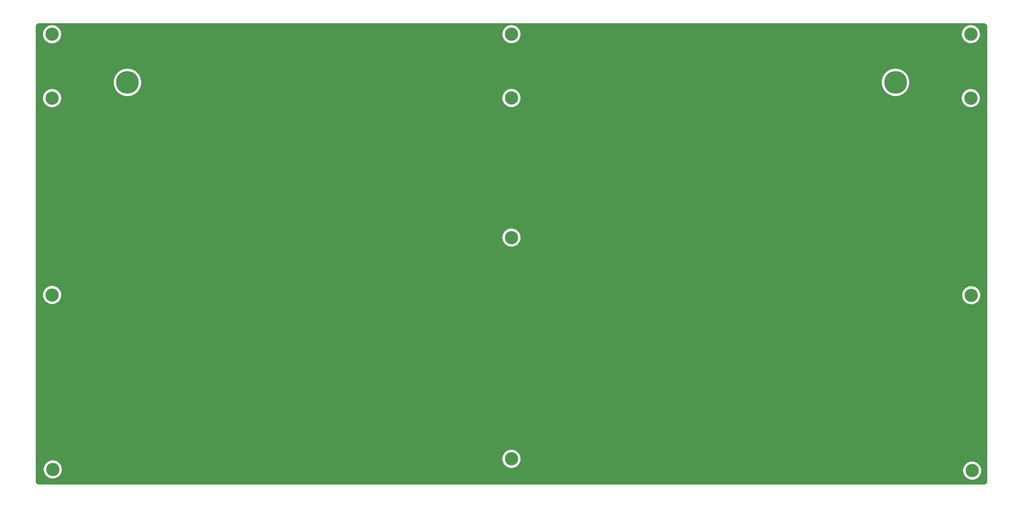
<source format=gbl>
G04 #@! TF.GenerationSoftware,KiCad,Pcbnew,6.0.11-2627ca5db0~126~ubuntu22.04.1*
G04 #@! TF.CreationDate,2023-03-02T17:54:08+00:00*
G04 #@! TF.ProjectId,bottom-r1,626f7474-6f6d-42d7-9231-2e6b69636164,rev?*
G04 #@! TF.SameCoordinates,Original*
G04 #@! TF.FileFunction,Copper,L2,Bot*
G04 #@! TF.FilePolarity,Positive*
%FSLAX46Y46*%
G04 Gerber Fmt 4.6, Leading zero omitted, Abs format (unit mm)*
G04 Created by KiCad (PCBNEW 6.0.11-2627ca5db0~126~ubuntu22.04.1) date 2023-03-02 17:54:08*
%MOMM*%
%LPD*%
G01*
G04 APERTURE LIST*
G04 #@! TA.AperFunction,ComponentPad*
%ADD10C,4.400000*%
G04 #@! TD*
G04 #@! TA.AperFunction,ComponentPad*
%ADD11C,7.500000*%
G04 #@! TD*
G04 APERTURE END LIST*
D10*
G04 #@! TO.P,REF\u002A\u002A,1*
G04 #@! TO.N,N/C*
X140389914Y-94598500D03*
G04 #@! TD*
G04 #@! TO.P,REF\u002A\u002A,1*
G04 #@! TO.N,N/C*
X140383900Y-48273500D03*
G04 #@! TD*
G04 #@! TO.P,REF\u002A\u002A,1*
G04 #@! TO.N,N/C*
X-11991100Y-113648500D03*
G04 #@! TD*
G04 #@! TO.P,REF\u002A\u002A,1*
G04 #@! TO.N,N/C*
X292908900Y-113748500D03*
G04 #@! TD*
G04 #@! TO.P,REF\u002A\u002A,1*
G04 #@! TO.N,N/C*
X-11766100Y-171573500D03*
G04 #@! TD*
G04 #@! TO.P,REF\u002A\u002A,1*
G04 #@! TO.N,N/C*
X140383900Y-27073500D03*
G04 #@! TD*
G04 #@! TO.P,REF\u002A\u002A,1*
G04 #@! TO.N,N/C*
X293208900Y-171973500D03*
G04 #@! TD*
G04 #@! TO.P,REF\u002A\u002A,1*
G04 #@! TO.N,N/C*
X140383900Y-168073500D03*
G04 #@! TD*
G04 #@! TO.P,REF\u002A\u002A,1*
G04 #@! TO.N,N/C*
X-11991100Y-48298500D03*
G04 #@! TD*
G04 #@! TO.P,REF\u002A\u002A,1*
G04 #@! TO.N,N/C*
X292783900Y-27073500D03*
G04 #@! TD*
G04 #@! TO.P,REF\u002A\u002A,1*
G04 #@! TO.N,N/C*
X292758900Y-48298500D03*
G04 #@! TD*
G04 #@! TO.P,REF\u002A\u002A,1*
G04 #@! TO.N,N/C*
X-11991100Y-27098500D03*
G04 #@! TD*
D11*
G04 #@! TO.P,REF\u002A\u002A,1*
G04 #@! TO.N,N/C*
X13008900Y-43098500D03*
G04 #@! TD*
G04 #@! TO.P,REF\u002A\u002A,1*
G04 #@! TO.N,N/C*
X267783900Y-43073500D03*
G04 #@! TD*
G04 #@! TA.AperFunction,NonConductor*
G36*
X296986020Y-23446793D02*
G01*
X297017634Y-23450786D01*
X297024641Y-23450099D01*
X297024649Y-23450099D01*
X297039767Y-23448616D01*
X297061946Y-23448402D01*
X297206644Y-23459787D01*
X297226168Y-23462880D01*
X297226182Y-23462883D01*
X297389911Y-23502189D01*
X297408710Y-23508297D01*
X297564300Y-23572742D01*
X297581899Y-23581709D01*
X297725486Y-23669697D01*
X297741473Y-23681312D01*
X297785480Y-23718896D01*
X297869528Y-23790679D01*
X297883509Y-23804660D01*
X297992872Y-23932706D01*
X298004493Y-23948701D01*
X298092478Y-24092277D01*
X298101455Y-24109895D01*
X298165896Y-24265468D01*
X298172006Y-24284270D01*
X298188141Y-24351480D01*
X298211317Y-24448012D01*
X298214410Y-24467541D01*
X298224915Y-24601029D01*
X298224311Y-24626697D01*
X298223382Y-24634053D01*
X298224069Y-24641060D01*
X298224069Y-24641063D01*
X298227767Y-24678775D01*
X298228368Y-24691070D01*
X298228368Y-175361633D01*
X298227375Y-175377421D01*
X298223382Y-175409035D01*
X298224069Y-175416042D01*
X298224069Y-175416049D01*
X298225552Y-175431167D01*
X298225766Y-175453345D01*
X298214382Y-175598028D01*
X298214381Y-175598039D01*
X298211288Y-175617568D01*
X298171979Y-175781306D01*
X298165869Y-175800110D01*
X298101432Y-175955678D01*
X298092456Y-175973295D01*
X298004473Y-176116873D01*
X297992858Y-176132860D01*
X297883498Y-176260905D01*
X297883492Y-176260912D01*
X297869511Y-176274892D01*
X297741468Y-176384251D01*
X297725472Y-176395873D01*
X297581895Y-176483856D01*
X297564278Y-176492832D01*
X297408709Y-176557269D01*
X297389905Y-176563379D01*
X297301535Y-176584594D01*
X297226164Y-176602688D01*
X297206640Y-176605781D01*
X297164085Y-176609129D01*
X297072989Y-176616297D01*
X297047318Y-176615692D01*
X297047124Y-176615668D01*
X297040128Y-176614784D01*
X296995399Y-176619169D01*
X296983106Y-176619770D01*
X-16187835Y-176619770D01*
X-16203626Y-176618777D01*
X-16235235Y-176614784D01*
X-16242242Y-176615471D01*
X-16242248Y-176615471D01*
X-16257373Y-176616954D01*
X-16279552Y-176617167D01*
X-16424241Y-176605780D01*
X-16443769Y-176602687D01*
X-16607509Y-176563376D01*
X-16626312Y-176557266D01*
X-16681061Y-176534589D01*
X-16781882Y-176492828D01*
X-16799496Y-176483853D01*
X-16943080Y-176395864D01*
X-16959068Y-176384249D01*
X-17087119Y-176274883D01*
X-17101097Y-176260905D01*
X-17210461Y-176132856D01*
X-17222076Y-176116868D01*
X-17310065Y-175973284D01*
X-17319042Y-175955666D01*
X-17383478Y-175800100D01*
X-17389588Y-175781297D01*
X-17428899Y-175617556D01*
X-17431992Y-175598028D01*
X-17442510Y-175464386D01*
X-17441905Y-175438711D01*
X-17440996Y-175431517D01*
X-17445381Y-175386795D01*
X-17445982Y-175374500D01*
X-17445982Y-171479092D01*
X-14770202Y-171479092D01*
X-14770107Y-171482722D01*
X-14770107Y-171482723D01*
X-14766207Y-171631667D01*
X-14761144Y-171825001D01*
X-14712388Y-172167576D01*
X-14624581Y-172502277D01*
X-14498886Y-172824667D01*
X-14336970Y-173130474D01*
X-14334920Y-173133457D01*
X-14334918Y-173133460D01*
X-14143035Y-173412652D01*
X-14143029Y-173412659D01*
X-14140978Y-173415644D01*
X-13913508Y-173676398D01*
X-13657576Y-173909278D01*
X-13376573Y-174111199D01*
X-13074224Y-174279485D01*
X-12754537Y-174411903D01*
X-12751043Y-174412898D01*
X-12751041Y-174412899D01*
X-12425249Y-174505704D01*
X-12425244Y-174505705D01*
X-12421748Y-174506701D01*
X-12186066Y-174545295D01*
X-12083849Y-174562034D01*
X-12083845Y-174562034D01*
X-12080269Y-174562620D01*
X-12076643Y-174562791D01*
X-11738253Y-174578749D01*
X-11738252Y-174578749D01*
X-11734626Y-174578920D01*
X-11723754Y-174578179D01*
X-11393031Y-174555633D01*
X-11393023Y-174555632D01*
X-11389400Y-174555385D01*
X-11385824Y-174554722D01*
X-11385822Y-174554722D01*
X-11052732Y-174492988D01*
X-11052728Y-174492987D01*
X-11049167Y-174492327D01*
X-10718437Y-174390581D01*
X-10441819Y-174269154D01*
X-10404928Y-174252960D01*
X-10401593Y-174251496D01*
X-10102835Y-174076916D01*
X-10037919Y-174028176D01*
X-9829029Y-173871337D01*
X-9829025Y-173871334D01*
X-9826122Y-173869154D01*
X-9575123Y-173630965D01*
X-9353164Y-173365505D01*
X-9262756Y-173227872D01*
X-9165174Y-173079318D01*
X-9165169Y-173079309D01*
X-9163187Y-173076292D01*
X-9034931Y-172821285D01*
X-9009337Y-172770398D01*
X-9009334Y-172770390D01*
X-9007710Y-172767162D01*
X-8913336Y-172509272D01*
X-8890043Y-172445622D01*
X-8890040Y-172445612D01*
X-8888795Y-172442210D01*
X-8887950Y-172438688D01*
X-8887947Y-172438680D01*
X-8808863Y-172109272D01*
X-8808862Y-172109268D01*
X-8808016Y-172105743D01*
X-8807579Y-172102133D01*
X-8780588Y-171879092D01*
X290204798Y-171879092D01*
X290204893Y-171882722D01*
X290204893Y-171882723D01*
X290212139Y-172159431D01*
X290213856Y-172225001D01*
X290262612Y-172567576D01*
X290350419Y-172902277D01*
X290476114Y-173224667D01*
X290638030Y-173530474D01*
X290640080Y-173533457D01*
X290640082Y-173533460D01*
X290831965Y-173812652D01*
X290831971Y-173812659D01*
X290834022Y-173815644D01*
X291061492Y-174076398D01*
X291317424Y-174309278D01*
X291598427Y-174511199D01*
X291900776Y-174679485D01*
X292220463Y-174811903D01*
X292223957Y-174812898D01*
X292223959Y-174812899D01*
X292549751Y-174905704D01*
X292549756Y-174905705D01*
X292553252Y-174906701D01*
X292788934Y-174945295D01*
X292891151Y-174962034D01*
X292891155Y-174962034D01*
X292894731Y-174962620D01*
X292898357Y-174962791D01*
X293236747Y-174978749D01*
X293236748Y-174978749D01*
X293240374Y-174978920D01*
X293251246Y-174978179D01*
X293581969Y-174955633D01*
X293581977Y-174955632D01*
X293585600Y-174955385D01*
X293589176Y-174954722D01*
X293589178Y-174954722D01*
X293922268Y-174892988D01*
X293922272Y-174892987D01*
X293925833Y-174892327D01*
X294256563Y-174790581D01*
X294573407Y-174651496D01*
X294845792Y-174492327D01*
X294869025Y-174478751D01*
X294869027Y-174478750D01*
X294872165Y-174476916D01*
X294958754Y-174411903D01*
X295145971Y-174271337D01*
X295145975Y-174271334D01*
X295148878Y-174269154D01*
X295399877Y-174030965D01*
X295621836Y-173765505D01*
X295623824Y-173762479D01*
X295809826Y-173479318D01*
X295809831Y-173479309D01*
X295811813Y-173476292D01*
X295940069Y-173221285D01*
X295965663Y-173170398D01*
X295965666Y-173170390D01*
X295967290Y-173167162D01*
X296065509Y-172898765D01*
X296084957Y-172845622D01*
X296084960Y-172845612D01*
X296086205Y-172842210D01*
X296087050Y-172838688D01*
X296087053Y-172838680D01*
X296166137Y-172509272D01*
X296166138Y-172509268D01*
X296166984Y-172505743D01*
X296167421Y-172502133D01*
X296208218Y-172165001D01*
X296208218Y-172164995D01*
X296208554Y-172162222D01*
X296210443Y-172102133D01*
X296214397Y-171976297D01*
X296214485Y-171973500D01*
X296209251Y-171882723D01*
X296194775Y-171631667D01*
X296194774Y-171631662D01*
X296194566Y-171628047D01*
X296184558Y-171570704D01*
X296135698Y-171290745D01*
X296135696Y-171290738D01*
X296135074Y-171287172D01*
X296117561Y-171228047D01*
X296068609Y-171062791D01*
X296036797Y-170955394D01*
X296035373Y-170952055D01*
X295902462Y-170640449D01*
X295902460Y-170640446D01*
X295901038Y-170637111D01*
X295866704Y-170576916D01*
X295731387Y-170339681D01*
X295729596Y-170336541D01*
X295669930Y-170255315D01*
X295526886Y-170060586D01*
X295524743Y-170057668D01*
X295289195Y-169804188D01*
X295026074Y-169579462D01*
X294738867Y-169386467D01*
X294431382Y-169227761D01*
X294107693Y-169105450D01*
X293772090Y-169021152D01*
X293602042Y-168998765D01*
X293432628Y-168976461D01*
X293432620Y-168976460D01*
X293429024Y-168975987D01*
X293277891Y-168973612D01*
X293086680Y-168970608D01*
X293086676Y-168970608D01*
X293083039Y-168970551D01*
X293079424Y-168970912D01*
X293079420Y-168970912D01*
X292940225Y-168984806D01*
X292738723Y-169004919D01*
X292735186Y-169005690D01*
X292735181Y-169005691D01*
X292404183Y-169077860D01*
X292404178Y-169077861D01*
X292400639Y-169078633D01*
X292073267Y-169190717D01*
X291760948Y-169339686D01*
X291467821Y-169523564D01*
X291464987Y-169525834D01*
X291464982Y-169525838D01*
X291330648Y-169633460D01*
X291197771Y-169739915D01*
X290954377Y-169985871D01*
X290952136Y-169988729D01*
X290754763Y-170240449D01*
X290740866Y-170258172D01*
X290560068Y-170553209D01*
X290558541Y-170556499D01*
X290558536Y-170556508D01*
X290468026Y-170751496D01*
X290414378Y-170867070D01*
X290413238Y-170870517D01*
X290372735Y-170992988D01*
X290305728Y-171195597D01*
X290235558Y-171534435D01*
X290235236Y-171538046D01*
X290209626Y-171825001D01*
X290204798Y-171879092D01*
X-8780588Y-171879092D01*
X-8766782Y-171765001D01*
X-8766782Y-171764995D01*
X-8766446Y-171762222D01*
X-8760515Y-171573500D01*
X-8762559Y-171538046D01*
X-8780225Y-171231667D01*
X-8780226Y-171231662D01*
X-8780434Y-171228047D01*
X-8786699Y-171192152D01*
X-8839302Y-170890745D01*
X-8839304Y-170890738D01*
X-8839926Y-170887172D01*
X-8938203Y-170555394D01*
X-8999622Y-170411398D01*
X-9072538Y-170240449D01*
X-9072540Y-170240446D01*
X-9073962Y-170237111D01*
X-9134506Y-170130965D01*
X-9243613Y-169939681D01*
X-9245404Y-169936541D01*
X-9305070Y-169855315D01*
X-9344357Y-169801833D01*
X-9450257Y-169657668D01*
X-9685805Y-169404188D01*
X-9704189Y-169388486D01*
X-9935748Y-169190717D01*
X-9948926Y-169179462D01*
X-10236133Y-168986467D01*
X-10543618Y-168827761D01*
X-10867307Y-168705450D01*
X-11202910Y-168621152D01*
X-11347375Y-168602133D01*
X-11542372Y-168576461D01*
X-11542380Y-168576460D01*
X-11545976Y-168575987D01*
X-11697109Y-168573612D01*
X-11888320Y-168570608D01*
X-11888324Y-168570608D01*
X-11891961Y-168570551D01*
X-11895576Y-168570912D01*
X-11895580Y-168570912D01*
X-12063454Y-168587669D01*
X-12236277Y-168604919D01*
X-12239814Y-168605690D01*
X-12239819Y-168605691D01*
X-12570817Y-168677860D01*
X-12570822Y-168677861D01*
X-12574361Y-168678633D01*
X-12901733Y-168790717D01*
X-13214052Y-168939686D01*
X-13507179Y-169123564D01*
X-13510013Y-169125834D01*
X-13510018Y-169125838D01*
X-13635639Y-169226480D01*
X-13777229Y-169339915D01*
X-13843460Y-169406843D01*
X-14007941Y-169573056D01*
X-14020623Y-169585871D01*
X-14022864Y-169588729D01*
X-14057937Y-169633460D01*
X-14234134Y-169858172D01*
X-14414932Y-170153209D01*
X-14416459Y-170156499D01*
X-14416464Y-170156508D01*
X-14498679Y-170333626D01*
X-14560622Y-170467070D01*
X-14561762Y-170470517D01*
X-14663943Y-170779485D01*
X-14669272Y-170795597D01*
X-14670008Y-170799152D01*
X-14670009Y-170799155D01*
X-14738707Y-171130885D01*
X-14739442Y-171134435D01*
X-14770202Y-171479092D01*
X-17445982Y-171479092D01*
X-17445982Y-167979092D01*
X137379798Y-167979092D01*
X137388856Y-168325001D01*
X137437612Y-168667576D01*
X137525419Y-169002277D01*
X137651114Y-169324667D01*
X137652811Y-169327872D01*
X137786021Y-169579462D01*
X137813030Y-169630474D01*
X137815080Y-169633457D01*
X137815082Y-169633460D01*
X138006965Y-169912652D01*
X138006971Y-169912659D01*
X138009022Y-169915644D01*
X138236492Y-170176398D01*
X138492424Y-170409278D01*
X138773427Y-170611199D01*
X139075776Y-170779485D01*
X139395463Y-170911903D01*
X139398957Y-170912898D01*
X139398959Y-170912899D01*
X139724751Y-171005704D01*
X139724756Y-171005705D01*
X139728252Y-171006701D01*
X139963934Y-171045295D01*
X140066151Y-171062034D01*
X140066155Y-171062034D01*
X140069731Y-171062620D01*
X140073357Y-171062791D01*
X140411747Y-171078749D01*
X140411748Y-171078749D01*
X140415374Y-171078920D01*
X140426246Y-171078179D01*
X140756969Y-171055633D01*
X140756977Y-171055632D01*
X140760600Y-171055385D01*
X140764176Y-171054722D01*
X140764178Y-171054722D01*
X141097268Y-170992988D01*
X141097272Y-170992987D01*
X141100833Y-170992327D01*
X141431563Y-170890581D01*
X141748407Y-170751496D01*
X142047165Y-170576916D01*
X142197859Y-170463772D01*
X142320971Y-170371337D01*
X142320975Y-170371334D01*
X142323878Y-170369154D01*
X142574877Y-170130965D01*
X142796836Y-169865505D01*
X142798824Y-169862479D01*
X142984826Y-169579318D01*
X142984831Y-169579309D01*
X142986813Y-169576292D01*
X143083121Y-169384806D01*
X143140663Y-169270398D01*
X143140666Y-169270390D01*
X143142290Y-169267162D01*
X143143535Y-169263760D01*
X143259957Y-168945622D01*
X143259960Y-168945612D01*
X143261205Y-168942210D01*
X143262050Y-168938688D01*
X143262053Y-168938680D01*
X143341137Y-168609272D01*
X143341138Y-168609268D01*
X143341984Y-168605743D01*
X143342421Y-168602133D01*
X143383218Y-168265001D01*
X143383218Y-168264995D01*
X143383554Y-168262222D01*
X143389485Y-168073500D01*
X143384251Y-167982723D01*
X143369775Y-167731667D01*
X143369774Y-167731662D01*
X143369566Y-167728047D01*
X143368943Y-167724477D01*
X143310698Y-167390745D01*
X143310696Y-167390738D01*
X143310074Y-167387172D01*
X143211797Y-167055394D01*
X143076038Y-166737111D01*
X142904596Y-166436541D01*
X142844930Y-166355315D01*
X142701886Y-166160586D01*
X142699743Y-166157668D01*
X142464195Y-165904188D01*
X142201074Y-165679462D01*
X141913867Y-165486467D01*
X141606382Y-165327761D01*
X141282693Y-165205450D01*
X140947090Y-165121152D01*
X140802881Y-165102167D01*
X140607628Y-165076461D01*
X140607620Y-165076460D01*
X140604024Y-165075987D01*
X140452891Y-165073612D01*
X140261680Y-165070608D01*
X140261676Y-165070608D01*
X140258039Y-165070551D01*
X140254424Y-165070912D01*
X140254420Y-165070912D01*
X140086546Y-165087669D01*
X139913723Y-165104919D01*
X139910186Y-165105690D01*
X139910181Y-165105691D01*
X139579183Y-165177860D01*
X139579178Y-165177861D01*
X139575639Y-165178633D01*
X139248267Y-165290717D01*
X138935948Y-165439686D01*
X138642821Y-165623564D01*
X138639987Y-165625834D01*
X138639982Y-165625838D01*
X138470966Y-165761246D01*
X138372771Y-165839915D01*
X138129377Y-166085871D01*
X137915866Y-166358172D01*
X137735068Y-166653209D01*
X137733541Y-166656499D01*
X137733536Y-166656508D01*
X137694572Y-166740449D01*
X137589378Y-166967070D01*
X137480728Y-167295597D01*
X137410558Y-167634435D01*
X137379798Y-167979092D01*
X-17445982Y-167979092D01*
X-17445982Y-113554092D01*
X-14995202Y-113554092D01*
X-14995107Y-113557722D01*
X-14995107Y-113557723D01*
X-14990111Y-113748500D01*
X-14986144Y-113900001D01*
X-14937388Y-114242576D01*
X-14849581Y-114577277D01*
X-14723886Y-114899667D01*
X-14561970Y-115205474D01*
X-14559920Y-115208457D01*
X-14559918Y-115208460D01*
X-14368035Y-115487652D01*
X-14368029Y-115487659D01*
X-14365978Y-115490644D01*
X-14138508Y-115751398D01*
X-13882576Y-115984278D01*
X-13601573Y-116186199D01*
X-13299224Y-116354485D01*
X-12979537Y-116486903D01*
X-12976043Y-116487898D01*
X-12976041Y-116487899D01*
X-12650249Y-116580704D01*
X-12650244Y-116580705D01*
X-12646748Y-116581701D01*
X-12411066Y-116620295D01*
X-12308849Y-116637034D01*
X-12308845Y-116637034D01*
X-12305269Y-116637620D01*
X-12301643Y-116637791D01*
X-11963253Y-116653749D01*
X-11963252Y-116653749D01*
X-11959626Y-116653920D01*
X-11948754Y-116653179D01*
X-11618031Y-116630633D01*
X-11618023Y-116630632D01*
X-11614400Y-116630385D01*
X-11610824Y-116629722D01*
X-11610822Y-116629722D01*
X-11277732Y-116567988D01*
X-11277728Y-116567987D01*
X-11274167Y-116567327D01*
X-10943437Y-116465581D01*
X-10626593Y-116326496D01*
X-10327835Y-116151916D01*
X-10240573Y-116086398D01*
X-10054029Y-115946337D01*
X-10054025Y-115946334D01*
X-10051122Y-115944154D01*
X-9800123Y-115705965D01*
X-9578164Y-115440505D01*
X-9576176Y-115437479D01*
X-9390174Y-115154318D01*
X-9390169Y-115154309D01*
X-9388187Y-115151292D01*
X-9310226Y-114996285D01*
X-9234337Y-114845398D01*
X-9234334Y-114845390D01*
X-9232710Y-114842162D01*
X-9172371Y-114677277D01*
X-9115043Y-114520622D01*
X-9115040Y-114520612D01*
X-9113795Y-114517210D01*
X-9112950Y-114513688D01*
X-9112947Y-114513680D01*
X-9033863Y-114184272D01*
X-9033862Y-114184268D01*
X-9033016Y-114180743D01*
X-9032579Y-114177133D01*
X-8991782Y-113840001D01*
X-8991782Y-113839995D01*
X-8991446Y-113837222D01*
X-8985691Y-113654092D01*
X289904798Y-113654092D01*
X289913856Y-114000001D01*
X289962612Y-114342576D01*
X290050419Y-114677277D01*
X290176114Y-114999667D01*
X290338030Y-115305474D01*
X290340080Y-115308457D01*
X290340082Y-115308460D01*
X290531965Y-115587652D01*
X290531971Y-115587659D01*
X290534022Y-115590644D01*
X290761492Y-115851398D01*
X291017424Y-116084278D01*
X291298427Y-116286199D01*
X291600776Y-116454485D01*
X291920463Y-116586903D01*
X291923957Y-116587898D01*
X291923959Y-116587899D01*
X292249751Y-116680704D01*
X292249756Y-116680705D01*
X292253252Y-116681701D01*
X292488934Y-116720295D01*
X292591151Y-116737034D01*
X292591155Y-116737034D01*
X292594731Y-116737620D01*
X292598357Y-116737791D01*
X292936747Y-116753749D01*
X292936748Y-116753749D01*
X292940374Y-116753920D01*
X292951246Y-116753179D01*
X293281969Y-116730633D01*
X293281977Y-116730632D01*
X293285600Y-116730385D01*
X293289176Y-116729722D01*
X293289178Y-116729722D01*
X293622268Y-116667988D01*
X293622272Y-116667987D01*
X293625833Y-116667327D01*
X293956563Y-116565581D01*
X294273407Y-116426496D01*
X294572165Y-116251916D01*
X294575074Y-116249732D01*
X294845971Y-116046337D01*
X294845975Y-116046334D01*
X294848878Y-116044154D01*
X295099877Y-115805965D01*
X295321836Y-115540505D01*
X295352791Y-115493381D01*
X295509826Y-115254318D01*
X295509831Y-115254309D01*
X295511813Y-115251292D01*
X295640069Y-114996285D01*
X295665663Y-114945398D01*
X295665666Y-114945390D01*
X295667290Y-114942162D01*
X295684079Y-114896285D01*
X295784957Y-114620622D01*
X295784960Y-114620612D01*
X295786205Y-114617210D01*
X295787050Y-114613688D01*
X295787053Y-114613680D01*
X295866137Y-114284272D01*
X295866138Y-114284268D01*
X295866984Y-114280743D01*
X295879522Y-114177133D01*
X295908218Y-113940001D01*
X295908218Y-113939995D01*
X295908554Y-113937222D01*
X295911785Y-113834431D01*
X295914397Y-113751297D01*
X295914485Y-113748500D01*
X295909251Y-113657723D01*
X295894775Y-113406667D01*
X295894774Y-113406662D01*
X295894566Y-113403047D01*
X295893943Y-113399477D01*
X295835698Y-113065745D01*
X295835696Y-113065738D01*
X295835074Y-113062172D01*
X295736797Y-112730394D01*
X295697717Y-112638772D01*
X295602462Y-112415449D01*
X295602460Y-112415446D01*
X295601038Y-112412111D01*
X295429596Y-112111541D01*
X295369930Y-112030315D01*
X295300841Y-111936263D01*
X295224743Y-111832668D01*
X294989195Y-111579188D01*
X294869353Y-111476833D01*
X294796856Y-111414915D01*
X294726074Y-111354462D01*
X294438867Y-111161467D01*
X294131382Y-111002761D01*
X293807693Y-110880450D01*
X293472090Y-110796152D01*
X293327881Y-110777167D01*
X293132628Y-110751461D01*
X293132620Y-110751460D01*
X293129024Y-110750987D01*
X292977891Y-110748612D01*
X292786680Y-110745608D01*
X292786676Y-110745608D01*
X292783039Y-110745551D01*
X292779424Y-110745912D01*
X292779420Y-110745912D01*
X292611546Y-110762669D01*
X292438723Y-110779919D01*
X292435186Y-110780690D01*
X292435181Y-110780691D01*
X292104183Y-110852860D01*
X292104178Y-110852861D01*
X292100639Y-110853633D01*
X291773267Y-110965717D01*
X291460948Y-111114686D01*
X291167821Y-111298564D01*
X291164987Y-111300834D01*
X291164982Y-111300838D01*
X291025426Y-111412644D01*
X290897771Y-111514915D01*
X290831540Y-111581843D01*
X290679399Y-111735586D01*
X290654377Y-111760871D01*
X290440866Y-112033172D01*
X290260068Y-112328209D01*
X290258541Y-112331499D01*
X290258536Y-112331508D01*
X290137109Y-112593101D01*
X290114378Y-112642070D01*
X290113238Y-112645517D01*
X290007333Y-112965745D01*
X290005728Y-112970597D01*
X289935558Y-113309435D01*
X289935236Y-113313046D01*
X289905547Y-113645704D01*
X289904798Y-113654092D01*
X-8985691Y-113654092D01*
X-8985515Y-113648500D01*
X-8990749Y-113557723D01*
X-9005225Y-113306667D01*
X-9005226Y-113306662D01*
X-9005434Y-113303047D01*
X-9006057Y-113299477D01*
X-9064302Y-112965745D01*
X-9064304Y-112965738D01*
X-9064926Y-112962172D01*
X-9163203Y-112630394D01*
X-9202283Y-112538772D01*
X-9297538Y-112315449D01*
X-9297540Y-112315446D01*
X-9298962Y-112312111D01*
X-9470404Y-112011541D01*
X-9530070Y-111930315D01*
X-9603750Y-111830013D01*
X-9675257Y-111732668D01*
X-9910805Y-111479188D01*
X-10059203Y-111352444D01*
X-10171170Y-111256816D01*
X-10173926Y-111254462D01*
X-10461133Y-111061467D01*
X-10648916Y-110964544D01*
X-10765398Y-110904423D01*
X-10768618Y-110902761D01*
X-11092307Y-110780450D01*
X-11427910Y-110696152D01*
X-11572119Y-110677167D01*
X-11767372Y-110651461D01*
X-11767380Y-110651460D01*
X-11770976Y-110650987D01*
X-11922109Y-110648612D01*
X-12113320Y-110645608D01*
X-12113324Y-110645608D01*
X-12116961Y-110645551D01*
X-12120576Y-110645912D01*
X-12120580Y-110645912D01*
X-12288454Y-110662669D01*
X-12461277Y-110679919D01*
X-12464814Y-110680690D01*
X-12464819Y-110680691D01*
X-12795817Y-110752860D01*
X-12795822Y-110752861D01*
X-12799361Y-110753633D01*
X-13126733Y-110865717D01*
X-13439052Y-111014686D01*
X-13732179Y-111198564D01*
X-13735013Y-111200834D01*
X-13735018Y-111200838D01*
X-13854584Y-111296629D01*
X-14002229Y-111414915D01*
X-14245623Y-111660871D01*
X-14459134Y-111933172D01*
X-14639932Y-112228209D01*
X-14641459Y-112231499D01*
X-14641464Y-112231508D01*
X-14680428Y-112315449D01*
X-14785622Y-112542070D01*
X-14894272Y-112870597D01*
X-14964442Y-113209435D01*
X-14995202Y-113554092D01*
X-17445982Y-113554092D01*
X-17445982Y-94504092D01*
X137385812Y-94504092D01*
X137394870Y-94850001D01*
X137443626Y-95192576D01*
X137531433Y-95527277D01*
X137657128Y-95849667D01*
X137819044Y-96155474D01*
X137821094Y-96158457D01*
X137821096Y-96158460D01*
X138012979Y-96437652D01*
X138012985Y-96437659D01*
X138015036Y-96440644D01*
X138242506Y-96701398D01*
X138498438Y-96934278D01*
X138779441Y-97136199D01*
X139081790Y-97304485D01*
X139401477Y-97436903D01*
X139404971Y-97437898D01*
X139404973Y-97437899D01*
X139730765Y-97530704D01*
X139730770Y-97530705D01*
X139734266Y-97531701D01*
X139969948Y-97570295D01*
X140072165Y-97587034D01*
X140072169Y-97587034D01*
X140075745Y-97587620D01*
X140079371Y-97587791D01*
X140417761Y-97603749D01*
X140417762Y-97603749D01*
X140421388Y-97603920D01*
X140432260Y-97603179D01*
X140762983Y-97580633D01*
X140762991Y-97580632D01*
X140766614Y-97580385D01*
X140770190Y-97579722D01*
X140770192Y-97579722D01*
X141103282Y-97517988D01*
X141103286Y-97517987D01*
X141106847Y-97517327D01*
X141437577Y-97415581D01*
X141754421Y-97276496D01*
X142053179Y-97101916D01*
X142056088Y-97099732D01*
X142326985Y-96896337D01*
X142326989Y-96896334D01*
X142329892Y-96894154D01*
X142580891Y-96655965D01*
X142802850Y-96390505D01*
X142955275Y-96158460D01*
X142990840Y-96104318D01*
X142990845Y-96104309D01*
X142992827Y-96101292D01*
X143121083Y-95846285D01*
X143146677Y-95795398D01*
X143146680Y-95795390D01*
X143148304Y-95792162D01*
X143246523Y-95523765D01*
X143265971Y-95470622D01*
X143265974Y-95470612D01*
X143267219Y-95467210D01*
X143268064Y-95463688D01*
X143268067Y-95463680D01*
X143347151Y-95134272D01*
X143347152Y-95134268D01*
X143347998Y-95130743D01*
X143348435Y-95127133D01*
X143389232Y-94790001D01*
X143389232Y-94789995D01*
X143389568Y-94787222D01*
X143395499Y-94598500D01*
X143390265Y-94507723D01*
X143375789Y-94256667D01*
X143375788Y-94256662D01*
X143375580Y-94253047D01*
X143374957Y-94249477D01*
X143316712Y-93915745D01*
X143316710Y-93915738D01*
X143316088Y-93912172D01*
X143217811Y-93580394D01*
X143082052Y-93262111D01*
X142910610Y-92961541D01*
X142850944Y-92880315D01*
X142707900Y-92685586D01*
X142705757Y-92682668D01*
X142470209Y-92429188D01*
X142207088Y-92204462D01*
X141919881Y-92011467D01*
X141612396Y-91852761D01*
X141288707Y-91730450D01*
X140953104Y-91646152D01*
X140808895Y-91627167D01*
X140613642Y-91601461D01*
X140613634Y-91601460D01*
X140610038Y-91600987D01*
X140458905Y-91598612D01*
X140267694Y-91595608D01*
X140267690Y-91595608D01*
X140264053Y-91595551D01*
X140260438Y-91595912D01*
X140260434Y-91595912D01*
X140092560Y-91612669D01*
X139919737Y-91629919D01*
X139916200Y-91630690D01*
X139916195Y-91630691D01*
X139585197Y-91702860D01*
X139585192Y-91702861D01*
X139581653Y-91703633D01*
X139254281Y-91815717D01*
X138941962Y-91964686D01*
X138648835Y-92148564D01*
X138646001Y-92150834D01*
X138645996Y-92150838D01*
X138476980Y-92286246D01*
X138378785Y-92364915D01*
X138135391Y-92610871D01*
X137921880Y-92883172D01*
X137741082Y-93178209D01*
X137739555Y-93181499D01*
X137739550Y-93181508D01*
X137700586Y-93265449D01*
X137595392Y-93492070D01*
X137486742Y-93820597D01*
X137416572Y-94159435D01*
X137385812Y-94504092D01*
X-17445982Y-94504092D01*
X-17445982Y-48204092D01*
X-14995202Y-48204092D01*
X-14995107Y-48207722D01*
X-14995107Y-48207723D01*
X-14993311Y-48276297D01*
X-14986144Y-48550001D01*
X-14937388Y-48892576D01*
X-14849581Y-49227277D01*
X-14723886Y-49549667D01*
X-14722189Y-49552872D01*
X-14602292Y-49779318D01*
X-14561970Y-49855474D01*
X-14559920Y-49858457D01*
X-14559918Y-49858460D01*
X-14368035Y-50137652D01*
X-14368029Y-50137659D01*
X-14365978Y-50140644D01*
X-14138508Y-50401398D01*
X-13882576Y-50634278D01*
X-13601573Y-50836199D01*
X-13299224Y-51004485D01*
X-12979537Y-51136903D01*
X-12976043Y-51137898D01*
X-12976041Y-51137899D01*
X-12650249Y-51230704D01*
X-12650244Y-51230705D01*
X-12646748Y-51231701D01*
X-12411066Y-51270295D01*
X-12308849Y-51287034D01*
X-12308845Y-51287034D01*
X-12305269Y-51287620D01*
X-12301643Y-51287791D01*
X-11963253Y-51303749D01*
X-11963252Y-51303749D01*
X-11959626Y-51303920D01*
X-11948754Y-51303179D01*
X-11618031Y-51280633D01*
X-11618023Y-51280632D01*
X-11614400Y-51280385D01*
X-11610824Y-51279722D01*
X-11610822Y-51279722D01*
X-11277732Y-51217988D01*
X-11277728Y-51217987D01*
X-11274167Y-51217327D01*
X-10943437Y-51115581D01*
X-10626593Y-50976496D01*
X-10327835Y-50801916D01*
X-10291629Y-50774732D01*
X-10054029Y-50596337D01*
X-10054025Y-50596334D01*
X-10051122Y-50594154D01*
X-9800123Y-50355965D01*
X-9578164Y-50090505D01*
X-9425739Y-49858460D01*
X-9390174Y-49804318D01*
X-9390169Y-49804309D01*
X-9388187Y-49801292D01*
X-9247357Y-49521285D01*
X-9234337Y-49495398D01*
X-9234334Y-49495390D01*
X-9232710Y-49492162D01*
X-9231465Y-49488760D01*
X-9115043Y-49170622D01*
X-9115040Y-49170612D01*
X-9113795Y-49167210D01*
X-9112950Y-49163688D01*
X-9112947Y-49163680D01*
X-9033863Y-48834272D01*
X-9033862Y-48834268D01*
X-9033016Y-48830743D01*
X-9029554Y-48802133D01*
X-8991782Y-48490001D01*
X-8991782Y-48489995D01*
X-8991446Y-48487222D01*
X-8990747Y-48465001D01*
X-8985603Y-48301297D01*
X-8985515Y-48298500D01*
X-8986795Y-48276297D01*
X-8992400Y-48179092D01*
X137379798Y-48179092D01*
X137388856Y-48525001D01*
X137437612Y-48867576D01*
X137525419Y-49202277D01*
X137651114Y-49524667D01*
X137652811Y-49527872D01*
X137795866Y-49798056D01*
X137813030Y-49830474D01*
X137815080Y-49833457D01*
X137815082Y-49833460D01*
X138006965Y-50112652D01*
X138006971Y-50112659D01*
X138009022Y-50115644D01*
X138011410Y-50118381D01*
X138220852Y-50358469D01*
X138236492Y-50376398D01*
X138492424Y-50609278D01*
X138773427Y-50811199D01*
X139075776Y-50979485D01*
X139395463Y-51111903D01*
X139398957Y-51112898D01*
X139398959Y-51112899D01*
X139724751Y-51205704D01*
X139724756Y-51205705D01*
X139728252Y-51206701D01*
X139963934Y-51245295D01*
X140066151Y-51262034D01*
X140066155Y-51262034D01*
X140069731Y-51262620D01*
X140073357Y-51262791D01*
X140411747Y-51278749D01*
X140411748Y-51278749D01*
X140415374Y-51278920D01*
X140426246Y-51278179D01*
X140756969Y-51255633D01*
X140756977Y-51255632D01*
X140760600Y-51255385D01*
X140764176Y-51254722D01*
X140764178Y-51254722D01*
X141097268Y-51192988D01*
X141097272Y-51192987D01*
X141100833Y-51192327D01*
X141431563Y-51090581D01*
X141688667Y-50977720D01*
X141745072Y-50952960D01*
X141748407Y-50951496D01*
X141992125Y-50809079D01*
X142044025Y-50778751D01*
X142044027Y-50778750D01*
X142047165Y-50776916D01*
X142050074Y-50774732D01*
X142320971Y-50571337D01*
X142320975Y-50571334D01*
X142323878Y-50569154D01*
X142574877Y-50330965D01*
X142796836Y-50065505D01*
X142932839Y-49858460D01*
X142984826Y-49779318D01*
X142984831Y-49779309D01*
X142986813Y-49776292D01*
X143128089Y-49495398D01*
X143140663Y-49470398D01*
X143140666Y-49470390D01*
X143142290Y-49467162D01*
X143143535Y-49463760D01*
X143259957Y-49145622D01*
X143259960Y-49145612D01*
X143261205Y-49142210D01*
X143262050Y-49138688D01*
X143262053Y-49138680D01*
X143341137Y-48809272D01*
X143341138Y-48809268D01*
X143341984Y-48805743D01*
X143372932Y-48550001D01*
X143383218Y-48465001D01*
X143383218Y-48464995D01*
X143383554Y-48462222D01*
X143389485Y-48273500D01*
X143385483Y-48204092D01*
X289754798Y-48204092D01*
X289754893Y-48207722D01*
X289754893Y-48207723D01*
X289756689Y-48276297D01*
X289763856Y-48550001D01*
X289812612Y-48892576D01*
X289900419Y-49227277D01*
X290026114Y-49549667D01*
X290027811Y-49552872D01*
X290147708Y-49779318D01*
X290188030Y-49855474D01*
X290190080Y-49858457D01*
X290190082Y-49858460D01*
X290381965Y-50137652D01*
X290381971Y-50137659D01*
X290384022Y-50140644D01*
X290611492Y-50401398D01*
X290867424Y-50634278D01*
X291148427Y-50836199D01*
X291450776Y-51004485D01*
X291770463Y-51136903D01*
X291773957Y-51137898D01*
X291773959Y-51137899D01*
X292099751Y-51230704D01*
X292099756Y-51230705D01*
X292103252Y-51231701D01*
X292338934Y-51270295D01*
X292441151Y-51287034D01*
X292441155Y-51287034D01*
X292444731Y-51287620D01*
X292448357Y-51287791D01*
X292786747Y-51303749D01*
X292786748Y-51303749D01*
X292790374Y-51303920D01*
X292801246Y-51303179D01*
X293131969Y-51280633D01*
X293131977Y-51280632D01*
X293135600Y-51280385D01*
X293139176Y-51279722D01*
X293139178Y-51279722D01*
X293472268Y-51217988D01*
X293472272Y-51217987D01*
X293475833Y-51217327D01*
X293806563Y-51115581D01*
X294123407Y-50976496D01*
X294422165Y-50801916D01*
X294458371Y-50774732D01*
X294695971Y-50596337D01*
X294695975Y-50596334D01*
X294698878Y-50594154D01*
X294949877Y-50355965D01*
X295171836Y-50090505D01*
X295324261Y-49858460D01*
X295359826Y-49804318D01*
X295359831Y-49804309D01*
X295361813Y-49801292D01*
X295502643Y-49521285D01*
X295515663Y-49495398D01*
X295515666Y-49495390D01*
X295517290Y-49492162D01*
X295518535Y-49488760D01*
X295634957Y-49170622D01*
X295634960Y-49170612D01*
X295636205Y-49167210D01*
X295637050Y-49163688D01*
X295637053Y-49163680D01*
X295716137Y-48834272D01*
X295716138Y-48834268D01*
X295716984Y-48830743D01*
X295720446Y-48802133D01*
X295758218Y-48490001D01*
X295758218Y-48489995D01*
X295758554Y-48487222D01*
X295759253Y-48465001D01*
X295764397Y-48301297D01*
X295764485Y-48298500D01*
X295763205Y-48276297D01*
X295744775Y-47956667D01*
X295744774Y-47956662D01*
X295744566Y-47953047D01*
X295739580Y-47924477D01*
X295685698Y-47615745D01*
X295685696Y-47615738D01*
X295685074Y-47612172D01*
X295676638Y-47583690D01*
X295612464Y-47367046D01*
X295586797Y-47280394D01*
X295576134Y-47255394D01*
X295452462Y-46965449D01*
X295452460Y-46965446D01*
X295451038Y-46962111D01*
X295445167Y-46951817D01*
X295281387Y-46664681D01*
X295279596Y-46661541D01*
X295259091Y-46633626D01*
X295130662Y-46458793D01*
X295074743Y-46382668D01*
X295049045Y-46355013D01*
X294841662Y-46131843D01*
X294839195Y-46129188D01*
X294813033Y-46106843D01*
X294578830Y-45906816D01*
X294576074Y-45904462D01*
X294288867Y-45711467D01*
X294244343Y-45688486D01*
X293984602Y-45554423D01*
X293981382Y-45552761D01*
X293657693Y-45430450D01*
X293322090Y-45346152D01*
X293177881Y-45327167D01*
X292982628Y-45301461D01*
X292982620Y-45301460D01*
X292979024Y-45300987D01*
X292827891Y-45298612D01*
X292636680Y-45295608D01*
X292636676Y-45295608D01*
X292633039Y-45295551D01*
X292629424Y-45295912D01*
X292629420Y-45295912D01*
X292461546Y-45312669D01*
X292288723Y-45329919D01*
X292285186Y-45330690D01*
X292285181Y-45330691D01*
X291954183Y-45402860D01*
X291954178Y-45402861D01*
X291950639Y-45403633D01*
X291623267Y-45515717D01*
X291310948Y-45664686D01*
X291307869Y-45666617D01*
X291307868Y-45666618D01*
X291239020Y-45709806D01*
X291017821Y-45848564D01*
X291014987Y-45850834D01*
X291014982Y-45850838D01*
X290845966Y-45986246D01*
X290747771Y-46064915D01*
X290681540Y-46131843D01*
X290529117Y-46285871D01*
X290504377Y-46310871D01*
X290502136Y-46313729D01*
X290312709Y-46555315D01*
X290290866Y-46583172D01*
X290110068Y-46878209D01*
X290108541Y-46881499D01*
X290108536Y-46881508D01*
X289987109Y-47143101D01*
X289964378Y-47192070D01*
X289963238Y-47195517D01*
X289872916Y-47468626D01*
X289855728Y-47520597D01*
X289854992Y-47524152D01*
X289854991Y-47524155D01*
X289831515Y-47637516D01*
X289785558Y-47859435D01*
X289754798Y-48204092D01*
X143385483Y-48204092D01*
X143384251Y-48182723D01*
X143369775Y-47931667D01*
X143369774Y-47931662D01*
X143369566Y-47928047D01*
X143356972Y-47855885D01*
X143310698Y-47590745D01*
X143310696Y-47590738D01*
X143310074Y-47587172D01*
X143305928Y-47573173D01*
X143238779Y-47346484D01*
X143211797Y-47255394D01*
X143190440Y-47205322D01*
X143077462Y-46940449D01*
X143077460Y-46940446D01*
X143076038Y-46937111D01*
X143040675Y-46875112D01*
X142906387Y-46639681D01*
X142904596Y-46636541D01*
X142865393Y-46583172D01*
X142803599Y-46499051D01*
X142699743Y-46357668D01*
X142658913Y-46313729D01*
X142522017Y-46166412D01*
X142464195Y-46104188D01*
X142201074Y-45879462D01*
X141913867Y-45686467D01*
X141606382Y-45527761D01*
X141282693Y-45405450D01*
X140947090Y-45321152D01*
X140793487Y-45300930D01*
X140607628Y-45276461D01*
X140607620Y-45276460D01*
X140604024Y-45275987D01*
X140452891Y-45273612D01*
X140261680Y-45270608D01*
X140261676Y-45270608D01*
X140258039Y-45270551D01*
X140254424Y-45270912D01*
X140254420Y-45270912D01*
X140086546Y-45287669D01*
X139913723Y-45304919D01*
X139910186Y-45305690D01*
X139910181Y-45305691D01*
X139579183Y-45377860D01*
X139579178Y-45377861D01*
X139575639Y-45378633D01*
X139248267Y-45490717D01*
X138935948Y-45639686D01*
X138932869Y-45641617D01*
X138932868Y-45641618D01*
X138893015Y-45666618D01*
X138642821Y-45823564D01*
X138639987Y-45825834D01*
X138639982Y-45825838D01*
X138470966Y-45961246D01*
X138372771Y-46039915D01*
X138129377Y-46285871D01*
X138127136Y-46288729D01*
X137974187Y-46483793D01*
X137915866Y-46558172D01*
X137735068Y-46853209D01*
X137733541Y-46856499D01*
X137733536Y-46856508D01*
X137662378Y-47009806D01*
X137589378Y-47167070D01*
X137588238Y-47170517D01*
X137584549Y-47181673D01*
X137480728Y-47495597D01*
X137479992Y-47499152D01*
X137479991Y-47499155D01*
X137451239Y-47637995D01*
X137410558Y-47834435D01*
X137379798Y-48179092D01*
X-8992400Y-48179092D01*
X-9005225Y-47956667D01*
X-9005226Y-47956662D01*
X-9005434Y-47953047D01*
X-9010420Y-47924477D01*
X-9064302Y-47615745D01*
X-9064304Y-47615738D01*
X-9064926Y-47612172D01*
X-9073362Y-47583690D01*
X-9137536Y-47367046D01*
X-9163203Y-47280394D01*
X-9173866Y-47255394D01*
X-9297538Y-46965449D01*
X-9297540Y-46965446D01*
X-9298962Y-46962111D01*
X-9304833Y-46951817D01*
X-9468613Y-46664681D01*
X-9470404Y-46661541D01*
X-9490909Y-46633626D01*
X-9619338Y-46458793D01*
X-9675257Y-46382668D01*
X-9700955Y-46355013D01*
X-9908338Y-46131843D01*
X-9910805Y-46129188D01*
X-9936967Y-46106843D01*
X-10171170Y-45906816D01*
X-10173926Y-45904462D01*
X-10461133Y-45711467D01*
X-10505657Y-45688486D01*
X-10765398Y-45554423D01*
X-10768618Y-45552761D01*
X-11092307Y-45430450D01*
X-11427910Y-45346152D01*
X-11572119Y-45327167D01*
X-11767372Y-45301461D01*
X-11767380Y-45301460D01*
X-11770976Y-45300987D01*
X-11922109Y-45298612D01*
X-12113320Y-45295608D01*
X-12113324Y-45295608D01*
X-12116961Y-45295551D01*
X-12120576Y-45295912D01*
X-12120580Y-45295912D01*
X-12288454Y-45312669D01*
X-12461277Y-45329919D01*
X-12464814Y-45330690D01*
X-12464819Y-45330691D01*
X-12795817Y-45402860D01*
X-12795822Y-45402861D01*
X-12799361Y-45403633D01*
X-13126733Y-45515717D01*
X-13439052Y-45664686D01*
X-13442131Y-45666617D01*
X-13442132Y-45666618D01*
X-13510980Y-45709806D01*
X-13732179Y-45848564D01*
X-13735013Y-45850834D01*
X-13735018Y-45850838D01*
X-13904034Y-45986246D01*
X-14002229Y-46064915D01*
X-14068460Y-46131843D01*
X-14220883Y-46285871D01*
X-14245623Y-46310871D01*
X-14247864Y-46313729D01*
X-14437291Y-46555315D01*
X-14459134Y-46583172D01*
X-14639932Y-46878209D01*
X-14641459Y-46881499D01*
X-14641464Y-46881508D01*
X-14762891Y-47143101D01*
X-14785622Y-47192070D01*
X-14786762Y-47195517D01*
X-14877084Y-47468626D01*
X-14894272Y-47520597D01*
X-14895008Y-47524152D01*
X-14895009Y-47524155D01*
X-14918485Y-47637516D01*
X-14964442Y-47859435D01*
X-14995202Y-48204092D01*
X-17445982Y-48204092D01*
X-17445982Y-43257480D01*
X8456314Y-43257480D01*
X8456543Y-43260325D01*
X8456543Y-43260328D01*
X8487675Y-43647262D01*
X8489459Y-43669438D01*
X8559805Y-44076697D01*
X8666772Y-44475904D01*
X8667757Y-44478581D01*
X8801235Y-44841360D01*
X8809481Y-44863773D01*
X8810706Y-44866353D01*
X8810709Y-44866360D01*
X8973655Y-45209524D01*
X8986755Y-45237112D01*
X9087069Y-45406734D01*
X9183715Y-45570154D01*
X9197136Y-45592848D01*
X9198798Y-45595152D01*
X9198799Y-45595154D01*
X9419193Y-45900737D01*
X9438893Y-45928052D01*
X9710036Y-46239966D01*
X10008332Y-46526022D01*
X10010550Y-46527792D01*
X10010555Y-46527797D01*
X10252728Y-46721120D01*
X10331326Y-46783864D01*
X10333689Y-46785422D01*
X10333693Y-46785425D01*
X10673984Y-47009806D01*
X10673995Y-47009812D01*
X10676360Y-47011372D01*
X10678868Y-47012717D01*
X10678870Y-47012718D01*
X11013359Y-47192070D01*
X11040593Y-47206673D01*
X11421028Y-47368158D01*
X11423737Y-47369028D01*
X11423743Y-47369030D01*
X11811814Y-47493626D01*
X11811820Y-47493628D01*
X11814534Y-47494499D01*
X11817307Y-47495119D01*
X11817315Y-47495121D01*
X12215087Y-47584033D01*
X12217870Y-47584655D01*
X12627717Y-47637885D01*
X13040702Y-47653750D01*
X13043564Y-47653600D01*
X13043565Y-47653600D01*
X13450569Y-47632270D01*
X13450576Y-47632269D01*
X13453425Y-47632120D01*
X13456248Y-47631713D01*
X13456250Y-47631713D01*
X13859668Y-47573580D01*
X13859675Y-47573579D01*
X13862490Y-47573173D01*
X14264528Y-47477394D01*
X14267226Y-47476486D01*
X14267233Y-47476484D01*
X14653518Y-47346484D01*
X14653524Y-47346482D01*
X14656230Y-47345571D01*
X15034374Y-47178790D01*
X15077399Y-47154941D01*
X15393343Y-46979811D01*
X15393345Y-46979810D01*
X15395845Y-46978424D01*
X15737669Y-46746120D01*
X15768105Y-46721120D01*
X15867250Y-46639681D01*
X16057031Y-46483793D01*
X16059068Y-46481784D01*
X16059076Y-46481777D01*
X16234998Y-46308293D01*
X16351304Y-46193600D01*
X16405736Y-46129188D01*
X16616219Y-45880116D01*
X16616224Y-45880110D01*
X16618065Y-45877931D01*
X16855119Y-45539384D01*
X16870857Y-45511905D01*
X17059091Y-45183229D01*
X17060513Y-45180746D01*
X17215896Y-44841360D01*
X17231368Y-44807565D01*
X17232557Y-44804968D01*
X17233502Y-44802283D01*
X17233507Y-44802272D01*
X17368885Y-44417844D01*
X17369836Y-44415144D01*
X17454776Y-44079465D01*
X17470516Y-44017262D01*
X17470517Y-44017258D01*
X17471219Y-44014483D01*
X17474739Y-43992262D01*
X17529381Y-43647262D01*
X17535872Y-43606281D01*
X17559229Y-43254624D01*
X17560700Y-43232480D01*
X263231314Y-43232480D01*
X263231543Y-43235325D01*
X263231543Y-43235328D01*
X263259378Y-43581281D01*
X263264459Y-43644438D01*
X263334805Y-44051697D01*
X263441772Y-44450904D01*
X263584481Y-44838773D01*
X263585706Y-44841353D01*
X263585709Y-44841360D01*
X263745627Y-45178147D01*
X263761755Y-45212112D01*
X263874563Y-45402860D01*
X263964197Y-45554423D01*
X263972136Y-45567848D01*
X263973798Y-45570152D01*
X263973799Y-45570154D01*
X264177745Y-45852931D01*
X264213893Y-45903052D01*
X264485036Y-46214966D01*
X264783332Y-46501022D01*
X264785550Y-46502792D01*
X264785555Y-46502797D01*
X265056759Y-46719295D01*
X265106326Y-46758864D01*
X265108689Y-46760422D01*
X265108693Y-46760425D01*
X265448984Y-46984806D01*
X265448995Y-46984812D01*
X265451360Y-46986372D01*
X265453868Y-46987717D01*
X265453870Y-46987718D01*
X265812363Y-47179941D01*
X265815593Y-47181673D01*
X266196028Y-47343158D01*
X266198737Y-47344028D01*
X266198743Y-47344030D01*
X266586814Y-47468626D01*
X266586820Y-47468628D01*
X266589534Y-47469499D01*
X266592307Y-47470119D01*
X266592315Y-47470121D01*
X266938545Y-47547512D01*
X266992870Y-47559655D01*
X267402717Y-47612885D01*
X267815702Y-47628750D01*
X267818564Y-47628600D01*
X267818565Y-47628600D01*
X268225569Y-47607270D01*
X268225576Y-47607269D01*
X268228425Y-47607120D01*
X268231248Y-47606713D01*
X268231250Y-47606713D01*
X268634668Y-47548580D01*
X268634675Y-47548579D01*
X268637490Y-47548173D01*
X269039528Y-47452394D01*
X269042226Y-47451486D01*
X269042233Y-47451484D01*
X269428518Y-47321484D01*
X269428524Y-47321482D01*
X269431230Y-47320571D01*
X269809374Y-47153790D01*
X269811871Y-47152406D01*
X270168343Y-46954811D01*
X270168345Y-46954810D01*
X270170845Y-46953424D01*
X270459734Y-46757095D01*
X270510296Y-46722733D01*
X270510300Y-46722730D01*
X270512669Y-46721120D01*
X270832031Y-46458793D01*
X270834068Y-46456784D01*
X270834076Y-46456777D01*
X271051932Y-46241941D01*
X271126304Y-46168600D01*
X271180736Y-46104188D01*
X271391219Y-45855116D01*
X271391224Y-45855110D01*
X271393065Y-45852931D01*
X271630119Y-45514384D01*
X271678189Y-45430450D01*
X271834091Y-45158229D01*
X271835513Y-45155746D01*
X271970418Y-44861088D01*
X272006368Y-44782565D01*
X272007557Y-44779968D01*
X272008502Y-44777283D01*
X272008507Y-44777272D01*
X272143885Y-44392844D01*
X272144836Y-44390144D01*
X272223450Y-44079465D01*
X272245516Y-43992262D01*
X272245517Y-43992258D01*
X272246219Y-43989483D01*
X272310872Y-43581281D01*
X272318914Y-43460207D01*
X272338146Y-43170650D01*
X272338146Y-43170642D01*
X272338262Y-43168900D01*
X272339261Y-43073500D01*
X272320513Y-42660636D01*
X272264423Y-42251170D01*
X272212749Y-42027343D01*
X272172097Y-41851262D01*
X272172096Y-41851260D01*
X272171453Y-41848473D01*
X272042368Y-41455860D01*
X272041237Y-41453246D01*
X272041233Y-41453236D01*
X271941744Y-41223331D01*
X271878231Y-41076561D01*
X271695393Y-40741212D01*
X271681763Y-40716212D01*
X271681759Y-40716205D01*
X271680393Y-40713700D01*
X271553983Y-40524871D01*
X271452074Y-40372640D01*
X271452066Y-40372629D01*
X271450482Y-40370263D01*
X271190390Y-40049076D01*
X270926571Y-39777785D01*
X270904249Y-39754831D01*
X270904245Y-39754827D01*
X270902259Y-39752785D01*
X270900101Y-39750935D01*
X270900091Y-39750926D01*
X270590634Y-39485690D01*
X270590629Y-39485686D01*
X270588460Y-39483827D01*
X270586129Y-39482170D01*
X270586122Y-39482165D01*
X270253912Y-39246076D01*
X270253910Y-39246075D01*
X270251576Y-39244416D01*
X270022931Y-39111341D01*
X269896837Y-39037952D01*
X269896830Y-39037948D01*
X269894381Y-39036523D01*
X269814497Y-38999273D01*
X269522409Y-38863069D01*
X269522399Y-38863065D01*
X269519813Y-38861859D01*
X269517116Y-38860888D01*
X269133647Y-38722830D01*
X269133638Y-38722827D01*
X269130957Y-38721862D01*
X268826990Y-38642685D01*
X268733782Y-38618406D01*
X268733776Y-38618405D01*
X268731013Y-38617685D01*
X268323273Y-38550184D01*
X268320430Y-38549975D01*
X268320428Y-38549975D01*
X267913939Y-38520124D01*
X267911093Y-38519915D01*
X267740060Y-38522900D01*
X267500718Y-38527078D01*
X267500713Y-38527078D01*
X267497867Y-38527128D01*
X267495034Y-38527436D01*
X267495030Y-38527436D01*
X267264902Y-38552436D01*
X267086994Y-38571763D01*
X266681858Y-38653453D01*
X266679125Y-38654268D01*
X266679120Y-38654269D01*
X266597997Y-38678453D01*
X266285794Y-38771525D01*
X266283133Y-38772589D01*
X266283131Y-38772590D01*
X265999865Y-38885888D01*
X265902060Y-38925007D01*
X265731472Y-39011926D01*
X265536359Y-39111341D01*
X265536354Y-39111344D01*
X265533816Y-39112637D01*
X265531398Y-39114160D01*
X265531394Y-39114162D01*
X265491695Y-39139162D01*
X265184094Y-39332869D01*
X264855770Y-39583891D01*
X264551549Y-39863637D01*
X264273934Y-40169804D01*
X264025210Y-40499871D01*
X263807425Y-40851123D01*
X263806145Y-40853679D01*
X263806140Y-40853688D01*
X263695791Y-41074051D01*
X263622371Y-41220668D01*
X263621330Y-41223324D01*
X263621327Y-41223331D01*
X263519336Y-41483582D01*
X263471571Y-41605463D01*
X263470779Y-41608190D01*
X263470775Y-41608201D01*
X263463512Y-41633201D01*
X263356267Y-42002343D01*
X263277407Y-42408039D01*
X263235642Y-42819213D01*
X263231314Y-43232480D01*
X17560700Y-43232480D01*
X17563146Y-43195650D01*
X17563146Y-43195642D01*
X17563262Y-43193900D01*
X17564261Y-43098500D01*
X17545513Y-42685636D01*
X17542089Y-42660636D01*
X17489810Y-42278997D01*
X17489423Y-42276170D01*
X17396453Y-41873473D01*
X17389151Y-41851262D01*
X17268263Y-41483582D01*
X17268263Y-41483581D01*
X17267368Y-41480860D01*
X17266237Y-41478246D01*
X17266233Y-41478236D01*
X17166744Y-41248331D01*
X17103231Y-41101561D01*
X16978991Y-40873689D01*
X16906763Y-40741212D01*
X16906759Y-40741205D01*
X16905393Y-40738700D01*
X16762247Y-40524871D01*
X16677074Y-40397640D01*
X16677066Y-40397629D01*
X16675482Y-40395263D01*
X16415390Y-40074076D01*
X16389082Y-40047022D01*
X16129249Y-39779831D01*
X16129245Y-39779827D01*
X16127259Y-39777785D01*
X16125101Y-39775935D01*
X16125091Y-39775926D01*
X15815634Y-39510690D01*
X15815629Y-39510686D01*
X15813460Y-39508827D01*
X15811129Y-39507170D01*
X15811122Y-39507165D01*
X15478912Y-39271076D01*
X15478910Y-39271075D01*
X15476576Y-39269416D01*
X15209824Y-39114162D01*
X15121837Y-39062952D01*
X15121830Y-39062948D01*
X15119381Y-39061523D01*
X14883018Y-38951305D01*
X14747409Y-38888069D01*
X14747399Y-38888065D01*
X14744813Y-38886859D01*
X14672676Y-38860888D01*
X14358647Y-38747830D01*
X14358638Y-38747827D01*
X14355957Y-38746862D01*
X14091156Y-38677887D01*
X13958782Y-38643406D01*
X13958776Y-38643405D01*
X13956013Y-38642685D01*
X13548273Y-38575184D01*
X13545430Y-38574975D01*
X13545428Y-38574975D01*
X13138939Y-38545124D01*
X13136093Y-38544915D01*
X12965060Y-38547900D01*
X12725718Y-38552078D01*
X12725713Y-38552078D01*
X12722867Y-38552128D01*
X12720034Y-38552436D01*
X12720030Y-38552436D01*
X12387662Y-38588543D01*
X12311994Y-38596763D01*
X11906858Y-38678453D01*
X11904125Y-38679268D01*
X11904120Y-38679269D01*
X11679803Y-38746141D01*
X11510794Y-38796525D01*
X11508133Y-38797589D01*
X11508131Y-38797590D01*
X11192225Y-38923943D01*
X11127060Y-38950007D01*
X11124513Y-38951305D01*
X10761359Y-39136341D01*
X10761354Y-39136344D01*
X10758816Y-39137637D01*
X10409094Y-39357869D01*
X10080770Y-39608891D01*
X9776549Y-39888637D01*
X9498934Y-40194804D01*
X9497210Y-40197092D01*
X9497209Y-40197093D01*
X9364925Y-40372640D01*
X9250210Y-40524871D01*
X9032425Y-40876123D01*
X9031145Y-40878679D01*
X9031140Y-40878688D01*
X8933310Y-41074051D01*
X8847371Y-41245668D01*
X8846330Y-41248324D01*
X8846327Y-41248331D01*
X8706368Y-41605463D01*
X8696571Y-41630463D01*
X8695779Y-41633190D01*
X8695775Y-41633201D01*
X8634026Y-41845744D01*
X8581267Y-42027343D01*
X8502407Y-42433039D01*
X8460642Y-42844213D01*
X8456314Y-43257480D01*
X-17445982Y-43257480D01*
X-17445982Y-27004092D01*
X-14995202Y-27004092D01*
X-14995107Y-27007722D01*
X-14995107Y-27007723D01*
X-14993311Y-27076297D01*
X-14986144Y-27350001D01*
X-14937388Y-27692576D01*
X-14849581Y-28027277D01*
X-14723886Y-28349667D01*
X-14722189Y-28352872D01*
X-14602292Y-28579318D01*
X-14561970Y-28655474D01*
X-14559920Y-28658457D01*
X-14559918Y-28658460D01*
X-14368035Y-28937652D01*
X-14368029Y-28937659D01*
X-14365978Y-28940644D01*
X-14138508Y-29201398D01*
X-13882576Y-29434278D01*
X-13601573Y-29636199D01*
X-13299224Y-29804485D01*
X-12979537Y-29936903D01*
X-12976043Y-29937898D01*
X-12976041Y-29937899D01*
X-12650249Y-30030704D01*
X-12650244Y-30030705D01*
X-12646748Y-30031701D01*
X-12411066Y-30070295D01*
X-12308849Y-30087034D01*
X-12308845Y-30087034D01*
X-12305269Y-30087620D01*
X-12301643Y-30087791D01*
X-11963253Y-30103749D01*
X-11963252Y-30103749D01*
X-11959626Y-30103920D01*
X-11948754Y-30103179D01*
X-11618031Y-30080633D01*
X-11618023Y-30080632D01*
X-11614400Y-30080385D01*
X-11610824Y-30079722D01*
X-11610822Y-30079722D01*
X-11277732Y-30017988D01*
X-11277728Y-30017987D01*
X-11274167Y-30017327D01*
X-10943437Y-29915581D01*
X-10626593Y-29776496D01*
X-10327835Y-29601916D01*
X-10291629Y-29574732D01*
X-10054029Y-29396337D01*
X-10054025Y-29396334D01*
X-10051122Y-29394154D01*
X-9800123Y-29155965D01*
X-9578164Y-28890505D01*
X-9425739Y-28658460D01*
X-9390174Y-28604318D01*
X-9390169Y-28604309D01*
X-9388187Y-28601292D01*
X-9247357Y-28321285D01*
X-9234337Y-28295398D01*
X-9234334Y-28295390D01*
X-9232710Y-28292162D01*
X-9231465Y-28288760D01*
X-9115043Y-27970622D01*
X-9115040Y-27970612D01*
X-9113795Y-27967210D01*
X-9112950Y-27963688D01*
X-9112947Y-27963680D01*
X-9033863Y-27634272D01*
X-9033862Y-27634268D01*
X-9033016Y-27630743D01*
X-9029554Y-27602133D01*
X-8991782Y-27290001D01*
X-8991782Y-27289995D01*
X-8991446Y-27287222D01*
X-8990747Y-27265001D01*
X-8985603Y-27101297D01*
X-8985515Y-27098500D01*
X-8986795Y-27076297D01*
X-8992400Y-26979092D01*
X137379798Y-26979092D01*
X137388856Y-27325001D01*
X137437612Y-27667576D01*
X137525419Y-28002277D01*
X137651114Y-28324667D01*
X137652811Y-28327872D01*
X137795866Y-28598056D01*
X137813030Y-28630474D01*
X137815080Y-28633457D01*
X137815082Y-28633460D01*
X138006965Y-28912652D01*
X138006971Y-28912659D01*
X138009022Y-28915644D01*
X138011410Y-28918381D01*
X138220852Y-29158469D01*
X138236492Y-29176398D01*
X138492424Y-29409278D01*
X138773427Y-29611199D01*
X139075776Y-29779485D01*
X139395463Y-29911903D01*
X139398957Y-29912898D01*
X139398959Y-29912899D01*
X139724751Y-30005704D01*
X139724756Y-30005705D01*
X139728252Y-30006701D01*
X139963934Y-30045295D01*
X140066151Y-30062034D01*
X140066155Y-30062034D01*
X140069731Y-30062620D01*
X140073357Y-30062791D01*
X140411747Y-30078749D01*
X140411748Y-30078749D01*
X140415374Y-30078920D01*
X140426246Y-30078179D01*
X140756969Y-30055633D01*
X140756977Y-30055632D01*
X140760600Y-30055385D01*
X140764176Y-30054722D01*
X140764178Y-30054722D01*
X141097268Y-29992988D01*
X141097272Y-29992987D01*
X141100833Y-29992327D01*
X141431563Y-29890581D01*
X141688667Y-29777720D01*
X141745072Y-29752960D01*
X141748407Y-29751496D01*
X141992125Y-29609079D01*
X142044025Y-29578751D01*
X142044027Y-29578750D01*
X142047165Y-29576916D01*
X142050074Y-29574732D01*
X142320971Y-29371337D01*
X142320975Y-29371334D01*
X142323878Y-29369154D01*
X142574877Y-29130965D01*
X142796836Y-28865505D01*
X142932839Y-28658460D01*
X142984826Y-28579318D01*
X142984831Y-28579309D01*
X142986813Y-28576292D01*
X143128089Y-28295398D01*
X143140663Y-28270398D01*
X143140666Y-28270390D01*
X143142290Y-28267162D01*
X143143535Y-28263760D01*
X143259957Y-27945622D01*
X143259960Y-27945612D01*
X143261205Y-27942210D01*
X143262050Y-27938688D01*
X143262053Y-27938680D01*
X143341137Y-27609272D01*
X143341138Y-27609268D01*
X143341984Y-27605743D01*
X143372932Y-27350001D01*
X143383218Y-27265001D01*
X143383218Y-27264995D01*
X143383554Y-27262222D01*
X143389485Y-27073500D01*
X143384251Y-26982723D01*
X143384042Y-26979092D01*
X289779798Y-26979092D01*
X289788856Y-27325001D01*
X289837612Y-27667576D01*
X289925419Y-28002277D01*
X290051114Y-28324667D01*
X290052811Y-28327872D01*
X290195866Y-28598056D01*
X290213030Y-28630474D01*
X290215080Y-28633457D01*
X290215082Y-28633460D01*
X290406965Y-28912652D01*
X290406971Y-28912659D01*
X290409022Y-28915644D01*
X290411410Y-28918381D01*
X290620852Y-29158469D01*
X290636492Y-29176398D01*
X290892424Y-29409278D01*
X291173427Y-29611199D01*
X291475776Y-29779485D01*
X291795463Y-29911903D01*
X291798957Y-29912898D01*
X291798959Y-29912899D01*
X292124751Y-30005704D01*
X292124756Y-30005705D01*
X292128252Y-30006701D01*
X292363934Y-30045295D01*
X292466151Y-30062034D01*
X292466155Y-30062034D01*
X292469731Y-30062620D01*
X292473357Y-30062791D01*
X292811747Y-30078749D01*
X292811748Y-30078749D01*
X292815374Y-30078920D01*
X292826246Y-30078179D01*
X293156969Y-30055633D01*
X293156977Y-30055632D01*
X293160600Y-30055385D01*
X293164176Y-30054722D01*
X293164178Y-30054722D01*
X293497268Y-29992988D01*
X293497272Y-29992987D01*
X293500833Y-29992327D01*
X293831563Y-29890581D01*
X294088667Y-29777720D01*
X294145072Y-29752960D01*
X294148407Y-29751496D01*
X294392125Y-29609079D01*
X294444025Y-29578751D01*
X294444027Y-29578750D01*
X294447165Y-29576916D01*
X294450074Y-29574732D01*
X294720971Y-29371337D01*
X294720975Y-29371334D01*
X294723878Y-29369154D01*
X294974877Y-29130965D01*
X295196836Y-28865505D01*
X295332839Y-28658460D01*
X295384826Y-28579318D01*
X295384831Y-28579309D01*
X295386813Y-28576292D01*
X295528089Y-28295398D01*
X295540663Y-28270398D01*
X295540666Y-28270390D01*
X295542290Y-28267162D01*
X295543535Y-28263760D01*
X295659957Y-27945622D01*
X295659960Y-27945612D01*
X295661205Y-27942210D01*
X295662050Y-27938688D01*
X295662053Y-27938680D01*
X295741137Y-27609272D01*
X295741138Y-27609268D01*
X295741984Y-27605743D01*
X295772932Y-27350001D01*
X295783218Y-27265001D01*
X295783218Y-27264995D01*
X295783554Y-27262222D01*
X295789485Y-27073500D01*
X295784251Y-26982723D01*
X295769775Y-26731667D01*
X295769774Y-26731662D01*
X295769566Y-26728047D01*
X295756972Y-26655885D01*
X295710698Y-26390745D01*
X295710696Y-26390738D01*
X295710074Y-26387172D01*
X295611797Y-26055394D01*
X295610373Y-26052055D01*
X295477462Y-25740449D01*
X295477460Y-25740446D01*
X295476038Y-25737111D01*
X295440675Y-25675112D01*
X295306387Y-25439681D01*
X295304596Y-25436541D01*
X295265393Y-25383172D01*
X295228594Y-25333078D01*
X295099743Y-25157668D01*
X295058913Y-25113729D01*
X294981969Y-25030928D01*
X294864195Y-24904188D01*
X294601074Y-24679462D01*
X294313867Y-24486467D01*
X294006382Y-24327761D01*
X293682693Y-24205450D01*
X293347090Y-24121152D01*
X293191991Y-24100733D01*
X293007628Y-24076461D01*
X293007620Y-24076460D01*
X293004024Y-24075987D01*
X292852891Y-24073612D01*
X292661680Y-24070608D01*
X292661676Y-24070608D01*
X292658039Y-24070551D01*
X292654424Y-24070912D01*
X292654420Y-24070912D01*
X292486546Y-24087669D01*
X292313723Y-24104919D01*
X292310186Y-24105690D01*
X292310181Y-24105691D01*
X291979183Y-24177860D01*
X291979178Y-24177861D01*
X291975639Y-24178633D01*
X291648267Y-24290717D01*
X291335948Y-24439686D01*
X291332869Y-24441617D01*
X291332868Y-24441618D01*
X291293015Y-24466618D01*
X291042821Y-24623564D01*
X291039987Y-24625834D01*
X291039982Y-24625838D01*
X290870966Y-24761246D01*
X290772771Y-24839915D01*
X290529377Y-25085871D01*
X290527136Y-25088729D01*
X290451191Y-25185586D01*
X290315866Y-25358172D01*
X290135068Y-25653209D01*
X290133541Y-25656499D01*
X290133536Y-25656508D01*
X290012109Y-25918101D01*
X289989378Y-25967070D01*
X289880728Y-26295597D01*
X289879992Y-26299152D01*
X289879991Y-26299155D01*
X289811293Y-26630885D01*
X289810558Y-26634435D01*
X289779798Y-26979092D01*
X143384042Y-26979092D01*
X143369775Y-26731667D01*
X143369774Y-26731662D01*
X143369566Y-26728047D01*
X143356972Y-26655885D01*
X143310698Y-26390745D01*
X143310696Y-26390738D01*
X143310074Y-26387172D01*
X143211797Y-26055394D01*
X143210373Y-26052055D01*
X143077462Y-25740449D01*
X143077460Y-25740446D01*
X143076038Y-25737111D01*
X143040675Y-25675112D01*
X142906387Y-25439681D01*
X142904596Y-25436541D01*
X142865393Y-25383172D01*
X142828594Y-25333078D01*
X142699743Y-25157668D01*
X142658913Y-25113729D01*
X142581969Y-25030928D01*
X142464195Y-24904188D01*
X142201074Y-24679462D01*
X141913867Y-24486467D01*
X141606382Y-24327761D01*
X141282693Y-24205450D01*
X140947090Y-24121152D01*
X140791991Y-24100733D01*
X140607628Y-24076461D01*
X140607620Y-24076460D01*
X140604024Y-24075987D01*
X140452891Y-24073612D01*
X140261680Y-24070608D01*
X140261676Y-24070608D01*
X140258039Y-24070551D01*
X140254424Y-24070912D01*
X140254420Y-24070912D01*
X140086546Y-24087669D01*
X139913723Y-24104919D01*
X139910186Y-24105690D01*
X139910181Y-24105691D01*
X139579183Y-24177860D01*
X139579178Y-24177861D01*
X139575639Y-24178633D01*
X139248267Y-24290717D01*
X138935948Y-24439686D01*
X138932869Y-24441617D01*
X138932868Y-24441618D01*
X138893015Y-24466618D01*
X138642821Y-24623564D01*
X138639987Y-24625834D01*
X138639982Y-24625838D01*
X138470966Y-24761246D01*
X138372771Y-24839915D01*
X138129377Y-25085871D01*
X138127136Y-25088729D01*
X138051191Y-25185586D01*
X137915866Y-25358172D01*
X137735068Y-25653209D01*
X137733541Y-25656499D01*
X137733536Y-25656508D01*
X137612109Y-25918101D01*
X137589378Y-25967070D01*
X137480728Y-26295597D01*
X137479992Y-26299152D01*
X137479991Y-26299155D01*
X137411293Y-26630885D01*
X137410558Y-26634435D01*
X137379798Y-26979092D01*
X-8992400Y-26979092D01*
X-9005225Y-26756667D01*
X-9005226Y-26756662D01*
X-9005434Y-26753047D01*
X-9010420Y-26724477D01*
X-9064302Y-26415745D01*
X-9064304Y-26415738D01*
X-9064926Y-26412172D01*
X-9073362Y-26383690D01*
X-9105286Y-26275918D01*
X-9163203Y-26080394D01*
X-9173866Y-26055394D01*
X-9297538Y-25765449D01*
X-9297540Y-25765446D01*
X-9298962Y-25762111D01*
X-9313221Y-25737111D01*
X-9468613Y-25464681D01*
X-9470404Y-25461541D01*
X-9490909Y-25433626D01*
X-9673114Y-25185586D01*
X-9675257Y-25182668D01*
X-9700955Y-25155013D01*
X-9908338Y-24931843D01*
X-9910805Y-24929188D01*
X-9936967Y-24906843D01*
X-10171170Y-24706816D01*
X-10173926Y-24704462D01*
X-10461133Y-24511467D01*
X-10505657Y-24488486D01*
X-10765398Y-24354423D01*
X-10768618Y-24352761D01*
X-11092307Y-24230450D01*
X-11427910Y-24146152D01*
X-11572119Y-24127167D01*
X-11767372Y-24101461D01*
X-11767380Y-24101460D01*
X-11770976Y-24100987D01*
X-11922109Y-24098612D01*
X-12113320Y-24095608D01*
X-12113324Y-24095608D01*
X-12116961Y-24095551D01*
X-12120576Y-24095912D01*
X-12120580Y-24095912D01*
X-12260757Y-24109904D01*
X-12461277Y-24129919D01*
X-12464814Y-24130690D01*
X-12464819Y-24130691D01*
X-12795817Y-24202860D01*
X-12795822Y-24202861D01*
X-12799361Y-24203633D01*
X-13126733Y-24315717D01*
X-13439052Y-24464686D01*
X-13442131Y-24466617D01*
X-13442132Y-24466618D01*
X-13510980Y-24509806D01*
X-13732179Y-24648564D01*
X-13735013Y-24650834D01*
X-13735018Y-24650838D01*
X-13904034Y-24786246D01*
X-14002229Y-24864915D01*
X-14068460Y-24931843D01*
X-14220883Y-25085871D01*
X-14245623Y-25110871D01*
X-14247864Y-25113729D01*
X-14437291Y-25355315D01*
X-14459134Y-25383172D01*
X-14639932Y-25678209D01*
X-14641459Y-25681499D01*
X-14641464Y-25681508D01*
X-14680428Y-25765449D01*
X-14785622Y-25992070D01*
X-14894272Y-26320597D01*
X-14964442Y-26659435D01*
X-14995202Y-27004092D01*
X-17445982Y-27004092D01*
X-17445982Y-24703947D01*
X-17444989Y-24688156D01*
X-17441879Y-24663534D01*
X-17440996Y-24656547D01*
X-17441683Y-24649540D01*
X-17441683Y-24649534D01*
X-17443166Y-24634409D01*
X-17443379Y-24612230D01*
X-17431992Y-24467541D01*
X-17428899Y-24448013D01*
X-17389588Y-24284273D01*
X-17383478Y-24265470D01*
X-17347510Y-24178633D01*
X-17319040Y-24109900D01*
X-17310065Y-24092286D01*
X-17222076Y-23948702D01*
X-17210461Y-23932714D01*
X-17101092Y-23804660D01*
X-17087117Y-23790685D01*
X-17087110Y-23790679D01*
X-16959068Y-23681321D01*
X-16943080Y-23669706D01*
X-16799496Y-23581717D01*
X-16781882Y-23572742D01*
X-16626312Y-23508304D01*
X-16607509Y-23502194D01*
X-16443768Y-23462883D01*
X-16424240Y-23459790D01*
X-16290598Y-23449272D01*
X-16264924Y-23449877D01*
X-16257729Y-23450786D01*
X-16213008Y-23446401D01*
X-16200712Y-23445800D01*
X296970232Y-23445800D01*
X296986020Y-23446793D01*
G37*
G04 #@! TD.AperFunction*
M02*

</source>
